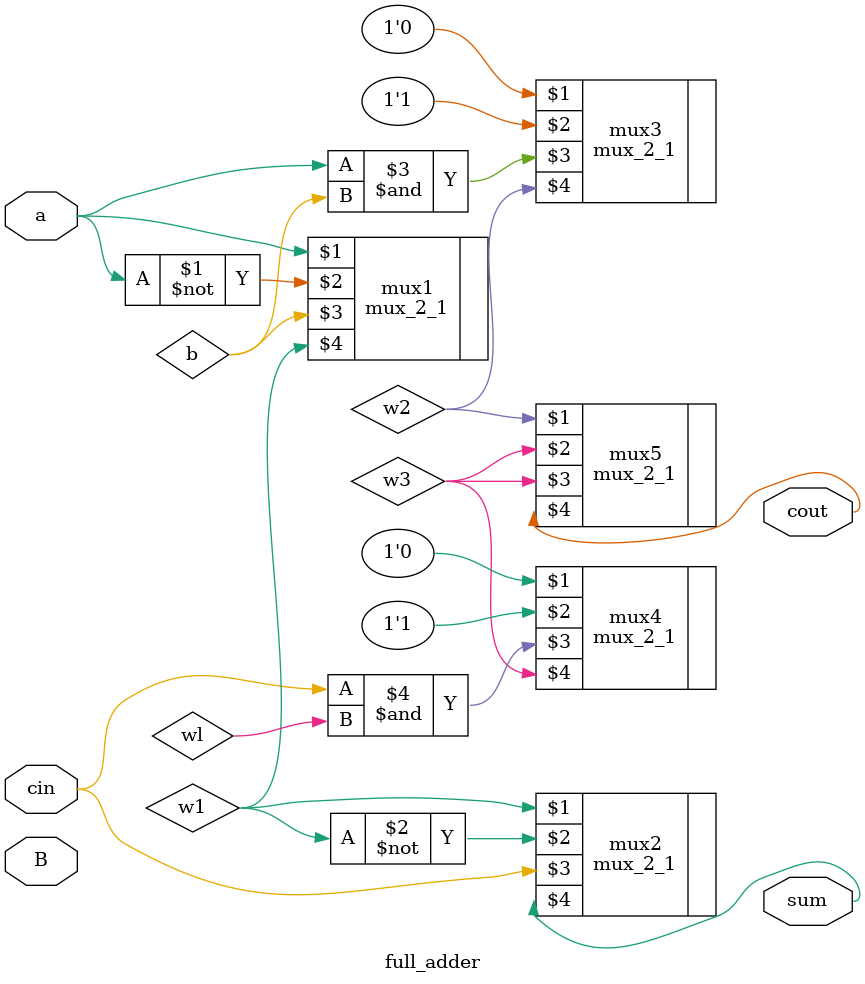
<source format=v>
`timescale 1ns / 1ps


module full_adder (
input a, input B, input cin, output sum, output cout
);
wire w1, w2, w3, w4, w5;
mux_2_1 mux1(a,~a,b,w1);
mux_2_1 mux2(w1,~w1,cin,sum);
mux_2_1 mux3(1'b0,1'b1,a&b,w2);
mux_2_1 mux4(1'b0,1'b1,cin&wl,w3);
mux_2_1 mux5(w2,w3,w3,cout);
endmodule

</source>
